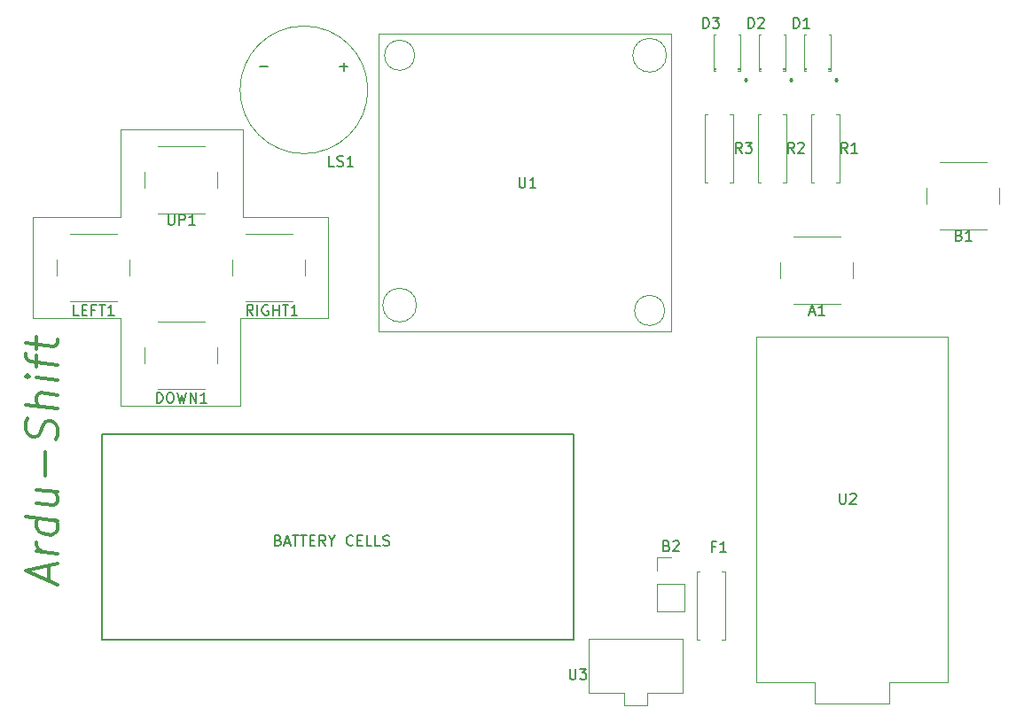
<source format=gbr>
%TF.GenerationSoftware,KiCad,Pcbnew,(5.1.8)-1*%
%TF.CreationDate,2021-02-19T09:53:25-07:00*%
%TF.ProjectId,Ardu-Shift_PCB,41726475-2d53-4686-9966-745f5043422e,rev?*%
%TF.SameCoordinates,Original*%
%TF.FileFunction,Legend,Top*%
%TF.FilePolarity,Positive*%
%FSLAX46Y46*%
G04 Gerber Fmt 4.6, Leading zero omitted, Abs format (unit mm)*
G04 Created by KiCad (PCBNEW (5.1.8)-1) date 2021-02-19 09:53:25*
%MOMM*%
%LPD*%
G01*
G04 APERTURE LIST*
%ADD10C,0.300000*%
%ADD11C,0.120000*%
%ADD12C,0.250000*%
%ADD13C,0.150000*%
G04 APERTURE END LIST*
D10*
X40632000Y-90857196D02*
X40632000Y-89428625D01*
X41489142Y-91250053D02*
X38489142Y-89875053D01*
X41489142Y-89250053D01*
X41489142Y-88250053D02*
X39489142Y-88000053D01*
X40060571Y-88071482D02*
X39774857Y-87892910D01*
X39632000Y-87732196D01*
X39489142Y-87428625D01*
X39489142Y-87142910D01*
X41489142Y-85107196D02*
X38489142Y-84732196D01*
X41346285Y-85089339D02*
X41489142Y-85392910D01*
X41489142Y-85964339D01*
X41346285Y-86232196D01*
X41203428Y-86357196D01*
X40917714Y-86464339D01*
X40060571Y-86357196D01*
X39774857Y-86178625D01*
X39632000Y-86017910D01*
X39489142Y-85714339D01*
X39489142Y-85142910D01*
X39632000Y-84875053D01*
X39489142Y-82142910D02*
X41489142Y-82392910D01*
X39489142Y-83428625D02*
X41060571Y-83625053D01*
X41346285Y-83517910D01*
X41489142Y-83250053D01*
X41489142Y-82821482D01*
X41346285Y-82517910D01*
X41203428Y-82357196D01*
X40346285Y-80821482D02*
X40346285Y-78535767D01*
X41346285Y-77375053D02*
X41489142Y-76964339D01*
X41489142Y-76250053D01*
X41346285Y-75946482D01*
X41203428Y-75785767D01*
X40917714Y-75607196D01*
X40632000Y-75571482D01*
X40346285Y-75678625D01*
X40203428Y-75803625D01*
X40060571Y-76071482D01*
X39917714Y-76625053D01*
X39774857Y-76892910D01*
X39632000Y-77017910D01*
X39346285Y-77125053D01*
X39060571Y-77089339D01*
X38774857Y-76910767D01*
X38632000Y-76750053D01*
X38489142Y-76446482D01*
X38489142Y-75732196D01*
X38632000Y-75321482D01*
X41489142Y-74392910D02*
X38489142Y-74017910D01*
X41489142Y-73107196D02*
X39917714Y-72910767D01*
X39632000Y-73017910D01*
X39489142Y-73285767D01*
X39489142Y-73714339D01*
X39632000Y-74017910D01*
X39774857Y-74178625D01*
X41489142Y-71678625D02*
X39489142Y-71428625D01*
X38489142Y-71303625D02*
X38632000Y-71464339D01*
X38774857Y-71339339D01*
X38632000Y-71178625D01*
X38489142Y-71303625D01*
X38774857Y-71339339D01*
X39489142Y-70428625D02*
X39489142Y-69285767D01*
X41489142Y-70250053D02*
X38917714Y-69928625D01*
X38632000Y-69750053D01*
X38489142Y-69446482D01*
X38489142Y-69160767D01*
X39489142Y-68714339D02*
X39489142Y-67571482D01*
X38489142Y-68160767D02*
X41060571Y-68482196D01*
X41346285Y-68375053D01*
X41489142Y-68107196D01*
X41489142Y-67821482D01*
D11*
X126492000Y-67564000D02*
X126492000Y-100584000D01*
D12*
X107188000Y-42878285D02*
X107283238Y-42973523D01*
X107188000Y-43068761D01*
X107092761Y-42973523D01*
X107188000Y-42878285D01*
X107188000Y-43068761D01*
X111506000Y-42878285D02*
X111601238Y-42973523D01*
X111506000Y-43068761D01*
X111410761Y-42973523D01*
X111506000Y-42878285D01*
X111506000Y-43068761D01*
X115824000Y-42878285D02*
X115919238Y-42973523D01*
X115824000Y-43068761D01*
X115728761Y-42973523D01*
X115824000Y-42878285D01*
X115824000Y-43068761D01*
D13*
X60833047Y-41727428D02*
X61594952Y-41727428D01*
D11*
X47498000Y-56134000D02*
X39116000Y-56134000D01*
X47498000Y-47752000D02*
X47498000Y-56134000D01*
X47752000Y-47752000D02*
X47498000Y-47752000D01*
X39116000Y-65786000D02*
X39116000Y-56134000D01*
X47498000Y-65786000D02*
X39116000Y-65786000D01*
X47498000Y-74168000D02*
X47498000Y-65786000D01*
X58928000Y-74168000D02*
X47498000Y-74168000D01*
X58928000Y-65786000D02*
X58928000Y-74168000D01*
X67310000Y-65786000D02*
X58928000Y-65786000D01*
X67310000Y-56134000D02*
X67310000Y-65786000D01*
X59182000Y-56134000D02*
X67310000Y-56134000D01*
X59182000Y-47752000D02*
X59182000Y-56134000D01*
X47752000Y-47752000D02*
X59182000Y-47752000D01*
X108204000Y-100584000D02*
X108204000Y-67564000D01*
X113792000Y-100584000D02*
X108204000Y-100584000D01*
X113792000Y-102616000D02*
X113792000Y-100584000D01*
X120904000Y-102616000D02*
X113792000Y-102616000D01*
X120904000Y-100584000D02*
X120904000Y-102616000D01*
X126492000Y-100584000D02*
X120904000Y-100584000D01*
X108204000Y-67564000D02*
X126492000Y-67564000D01*
X75774437Y-64516000D02*
G75*
G03*
X75774437Y-64516000I-1606437J0D01*
G01*
X99480841Y-65024000D02*
G75*
G03*
X99480841Y-65024000I-1436841J0D01*
G01*
X99650437Y-40640000D02*
G75*
G03*
X99650437Y-40640000I-1606437J0D01*
G01*
X75604841Y-40640000D02*
G75*
G03*
X75604841Y-40640000I-1436841J0D01*
G01*
X100076000Y-38608000D02*
X72136000Y-38608000D01*
X100076000Y-67056000D02*
X100076000Y-38608000D01*
X72136000Y-67056000D02*
X100076000Y-67056000D01*
X72136000Y-38608000D02*
X72136000Y-67056000D01*
D13*
X62572000Y-86987571D02*
X62714857Y-87035190D01*
X62762476Y-87082809D01*
X62810095Y-87178047D01*
X62810095Y-87320904D01*
X62762476Y-87416142D01*
X62714857Y-87463761D01*
X62619619Y-87511380D01*
X62238666Y-87511380D01*
X62238666Y-86511380D01*
X62572000Y-86511380D01*
X62667238Y-86559000D01*
X62714857Y-86606619D01*
X62762476Y-86701857D01*
X62762476Y-86797095D01*
X62714857Y-86892333D01*
X62667238Y-86939952D01*
X62572000Y-86987571D01*
X62238666Y-86987571D01*
X63191047Y-87225666D02*
X63667238Y-87225666D01*
X63095809Y-87511380D02*
X63429142Y-86511380D01*
X63762476Y-87511380D01*
X63952952Y-86511380D02*
X64524380Y-86511380D01*
X64238666Y-87511380D02*
X64238666Y-86511380D01*
X64714857Y-86511380D02*
X65286285Y-86511380D01*
X65000571Y-87511380D02*
X65000571Y-86511380D01*
X65619619Y-86987571D02*
X65952952Y-86987571D01*
X66095809Y-87511380D02*
X65619619Y-87511380D01*
X65619619Y-86511380D01*
X66095809Y-86511380D01*
X67095809Y-87511380D02*
X66762476Y-87035190D01*
X66524380Y-87511380D02*
X66524380Y-86511380D01*
X66905333Y-86511380D01*
X67000571Y-86559000D01*
X67048190Y-86606619D01*
X67095809Y-86701857D01*
X67095809Y-86844714D01*
X67048190Y-86939952D01*
X67000571Y-86987571D01*
X66905333Y-87035190D01*
X66524380Y-87035190D01*
X67714857Y-87035190D02*
X67714857Y-87511380D01*
X67381523Y-86511380D02*
X67714857Y-87035190D01*
X68048190Y-86511380D01*
X69714857Y-87416142D02*
X69667238Y-87463761D01*
X69524380Y-87511380D01*
X69429142Y-87511380D01*
X69286285Y-87463761D01*
X69191047Y-87368523D01*
X69143428Y-87273285D01*
X69095809Y-87082809D01*
X69095809Y-86939952D01*
X69143428Y-86749476D01*
X69191047Y-86654238D01*
X69286285Y-86559000D01*
X69429142Y-86511380D01*
X69524380Y-86511380D01*
X69667238Y-86559000D01*
X69714857Y-86606619D01*
X70143428Y-86987571D02*
X70476761Y-86987571D01*
X70619619Y-87511380D02*
X70143428Y-87511380D01*
X70143428Y-86511380D01*
X70619619Y-86511380D01*
X71524380Y-87511380D02*
X71048190Y-87511380D01*
X71048190Y-86511380D01*
X72333904Y-87511380D02*
X71857714Y-87511380D01*
X71857714Y-86511380D01*
X72619619Y-87463761D02*
X72762476Y-87511380D01*
X73000571Y-87511380D01*
X73095809Y-87463761D01*
X73143428Y-87416142D01*
X73191047Y-87320904D01*
X73191047Y-87225666D01*
X73143428Y-87130428D01*
X73095809Y-87082809D01*
X73000571Y-87035190D01*
X72810095Y-86987571D01*
X72714857Y-86939952D01*
X72667238Y-86892333D01*
X72619619Y-86797095D01*
X72619619Y-86701857D01*
X72667238Y-86606619D01*
X72714857Y-86559000D01*
X72810095Y-86511380D01*
X73048190Y-86511380D01*
X73191047Y-86559000D01*
X45720000Y-96520000D02*
X45720000Y-76835000D01*
X90805000Y-96520000D02*
X45720000Y-96520000D01*
X90805000Y-76835000D02*
X90805000Y-96520000D01*
X45720000Y-76835000D02*
X90805000Y-76835000D01*
D11*
%TO.C,U3*%
X92202000Y-101600000D02*
X92202000Y-96393000D01*
X92202000Y-96393000D02*
X101219000Y-96393000D01*
X101219000Y-96393000D02*
X101219000Y-101600000D01*
X97790000Y-101600000D02*
X97790000Y-102743000D01*
X97790000Y-102743000D02*
X95631000Y-102743000D01*
X95631000Y-102743000D02*
X95631000Y-101600000D01*
X95631000Y-101600000D02*
X92202000Y-101600000D01*
X97790000Y-101600000D02*
X101219000Y-101600000D01*
%TO.C,F1*%
X102516000Y-96488000D02*
X102846000Y-96488000D01*
X102516000Y-89948000D02*
X102516000Y-96488000D01*
X102846000Y-89948000D02*
X102516000Y-89948000D01*
X105256000Y-96488000D02*
X104926000Y-96488000D01*
X105256000Y-89948000D02*
X105256000Y-96488000D01*
X104926000Y-89948000D02*
X105256000Y-89948000D01*
%TO.C,LS1*%
X71134000Y-43942000D02*
G75*
G03*
X71134000Y-43942000I-6100000J0D01*
G01*
%TO.C,B2*%
X98746000Y-93786000D02*
X101406000Y-93786000D01*
X98746000Y-91186000D02*
X98746000Y-93786000D01*
X101406000Y-91186000D02*
X101406000Y-93786000D01*
X98746000Y-91186000D02*
X101406000Y-91186000D01*
X98746000Y-89916000D02*
X98746000Y-88586000D01*
X98746000Y-88586000D02*
X100076000Y-88586000D01*
%TO.C,UP1*%
X51038000Y-55792000D02*
X55538000Y-55792000D01*
X49788000Y-51792000D02*
X49788000Y-53292000D01*
X55538000Y-49292000D02*
X51038000Y-49292000D01*
X56788000Y-53292000D02*
X56788000Y-51792000D01*
%TO.C,RIGHT1*%
X59420000Y-64174000D02*
X63920000Y-64174000D01*
X58170000Y-60174000D02*
X58170000Y-61674000D01*
X63920000Y-57674000D02*
X59420000Y-57674000D01*
X65170000Y-61674000D02*
X65170000Y-60174000D01*
%TO.C,R3*%
X105688000Y-46260000D02*
X106018000Y-46260000D01*
X106018000Y-46260000D02*
X106018000Y-52800000D01*
X106018000Y-52800000D02*
X105688000Y-52800000D01*
X103608000Y-46260000D02*
X103278000Y-46260000D01*
X103278000Y-46260000D02*
X103278000Y-52800000D01*
X103278000Y-52800000D02*
X103608000Y-52800000D01*
%TO.C,R2*%
X110768000Y-46260000D02*
X111098000Y-46260000D01*
X111098000Y-46260000D02*
X111098000Y-52800000D01*
X111098000Y-52800000D02*
X110768000Y-52800000D01*
X108688000Y-46260000D02*
X108358000Y-46260000D01*
X108358000Y-46260000D02*
X108358000Y-52800000D01*
X108358000Y-52800000D02*
X108688000Y-52800000D01*
%TO.C,R1*%
X115848000Y-46260000D02*
X116178000Y-46260000D01*
X116178000Y-46260000D02*
X116178000Y-52800000D01*
X116178000Y-52800000D02*
X115848000Y-52800000D01*
X113768000Y-46260000D02*
X113438000Y-46260000D01*
X113438000Y-46260000D02*
X113438000Y-52800000D01*
X113438000Y-52800000D02*
X113768000Y-52800000D01*
%TO.C,LEFT1*%
X42656000Y-64174000D02*
X47156000Y-64174000D01*
X41406000Y-60174000D02*
X41406000Y-61674000D01*
X47156000Y-57674000D02*
X42656000Y-57674000D01*
X48406000Y-61674000D02*
X48406000Y-60174000D01*
%TO.C,DOWN1*%
X51038000Y-72556000D02*
X55538000Y-72556000D01*
X49788000Y-68556000D02*
X49788000Y-70056000D01*
X55538000Y-66056000D02*
X51038000Y-66056000D01*
X56788000Y-70056000D02*
X56788000Y-68556000D01*
%TO.C,D3*%
X104150000Y-42096000D02*
X104150000Y-38676000D01*
X106670000Y-42096000D02*
X106670000Y-38676000D01*
X104150000Y-42096000D02*
X104330000Y-42096000D01*
X106490000Y-42096000D02*
X106670000Y-42096000D01*
X104150000Y-38676000D02*
X104315000Y-38676000D01*
X106505000Y-38676000D02*
X106670000Y-38676000D01*
X104150000Y-41976000D02*
X104330000Y-41976000D01*
X106490000Y-41976000D02*
X106670000Y-41976000D01*
X104150000Y-41856000D02*
X104330000Y-41856000D01*
X106490000Y-41856000D02*
X106670000Y-41856000D01*
%TO.C,D2*%
X108468000Y-42096000D02*
X108468000Y-38676000D01*
X110988000Y-42096000D02*
X110988000Y-38676000D01*
X108468000Y-42096000D02*
X108648000Y-42096000D01*
X110808000Y-42096000D02*
X110988000Y-42096000D01*
X108468000Y-38676000D02*
X108633000Y-38676000D01*
X110823000Y-38676000D02*
X110988000Y-38676000D01*
X108468000Y-41976000D02*
X108648000Y-41976000D01*
X110808000Y-41976000D02*
X110988000Y-41976000D01*
X108468000Y-41856000D02*
X108648000Y-41856000D01*
X110808000Y-41856000D02*
X110988000Y-41856000D01*
%TO.C,D1*%
X112786000Y-42096000D02*
X112786000Y-38676000D01*
X115306000Y-42096000D02*
X115306000Y-38676000D01*
X112786000Y-42096000D02*
X112966000Y-42096000D01*
X115126000Y-42096000D02*
X115306000Y-42096000D01*
X112786000Y-38676000D02*
X112951000Y-38676000D01*
X115141000Y-38676000D02*
X115306000Y-38676000D01*
X112786000Y-41976000D02*
X112966000Y-41976000D01*
X115126000Y-41976000D02*
X115306000Y-41976000D01*
X112786000Y-41856000D02*
X112966000Y-41856000D01*
X115126000Y-41856000D02*
X115306000Y-41856000D01*
%TO.C,B1*%
X125714000Y-57316000D02*
X130214000Y-57316000D01*
X124464000Y-53316000D02*
X124464000Y-54816000D01*
X130214000Y-50816000D02*
X125714000Y-50816000D01*
X131464000Y-54816000D02*
X131464000Y-53316000D01*
%TO.C,A1*%
X111744000Y-64428000D02*
X116244000Y-64428000D01*
X110494000Y-60428000D02*
X110494000Y-61928000D01*
X116244000Y-57928000D02*
X111744000Y-57928000D01*
X117494000Y-61928000D02*
X117494000Y-60428000D01*
%TO.C,U2*%
D13*
X116205095Y-82510380D02*
X116205095Y-83319904D01*
X116252714Y-83415142D01*
X116300333Y-83462761D01*
X116395571Y-83510380D01*
X116586047Y-83510380D01*
X116681285Y-83462761D01*
X116728904Y-83415142D01*
X116776523Y-83319904D01*
X116776523Y-82510380D01*
X117205095Y-82605619D02*
X117252714Y-82558000D01*
X117347952Y-82510380D01*
X117586047Y-82510380D01*
X117681285Y-82558000D01*
X117728904Y-82605619D01*
X117776523Y-82700857D01*
X117776523Y-82796095D01*
X117728904Y-82938952D01*
X117157476Y-83510380D01*
X117776523Y-83510380D01*
%TO.C,U3*%
X90424095Y-99274380D02*
X90424095Y-100083904D01*
X90471714Y-100179142D01*
X90519333Y-100226761D01*
X90614571Y-100274380D01*
X90805047Y-100274380D01*
X90900285Y-100226761D01*
X90947904Y-100179142D01*
X90995523Y-100083904D01*
X90995523Y-99274380D01*
X91376476Y-99274380D02*
X91995523Y-99274380D01*
X91662190Y-99655333D01*
X91805047Y-99655333D01*
X91900285Y-99702952D01*
X91947904Y-99750571D01*
X91995523Y-99845809D01*
X91995523Y-100083904D01*
X91947904Y-100179142D01*
X91900285Y-100226761D01*
X91805047Y-100274380D01*
X91519333Y-100274380D01*
X91424095Y-100226761D01*
X91376476Y-100179142D01*
%TO.C,F1*%
X104314666Y-87558571D02*
X103981333Y-87558571D01*
X103981333Y-88082380D02*
X103981333Y-87082380D01*
X104457523Y-87082380D01*
X105362285Y-88082380D02*
X104790857Y-88082380D01*
X105076571Y-88082380D02*
X105076571Y-87082380D01*
X104981333Y-87225238D01*
X104886095Y-87320476D01*
X104790857Y-87368095D01*
%TO.C,LS1*%
X67937142Y-51252380D02*
X67460952Y-51252380D01*
X67460952Y-50252380D01*
X68222857Y-51204761D02*
X68365714Y-51252380D01*
X68603809Y-51252380D01*
X68699047Y-51204761D01*
X68746666Y-51157142D01*
X68794285Y-51061904D01*
X68794285Y-50966666D01*
X68746666Y-50871428D01*
X68699047Y-50823809D01*
X68603809Y-50776190D01*
X68413333Y-50728571D01*
X68318095Y-50680952D01*
X68270476Y-50633333D01*
X68222857Y-50538095D01*
X68222857Y-50442857D01*
X68270476Y-50347619D01*
X68318095Y-50300000D01*
X68413333Y-50252380D01*
X68651428Y-50252380D01*
X68794285Y-50300000D01*
X69746666Y-51252380D02*
X69175238Y-51252380D01*
X69460952Y-51252380D02*
X69460952Y-50252380D01*
X69365714Y-50395238D01*
X69270476Y-50490476D01*
X69175238Y-50538095D01*
X68453047Y-41727428D02*
X69214952Y-41727428D01*
X68834000Y-42108380D02*
X68834000Y-41346476D01*
%TO.C,B2*%
X99671238Y-87514571D02*
X99814095Y-87562190D01*
X99861714Y-87609809D01*
X99909333Y-87705047D01*
X99909333Y-87847904D01*
X99861714Y-87943142D01*
X99814095Y-87990761D01*
X99718857Y-88038380D01*
X99337904Y-88038380D01*
X99337904Y-87038380D01*
X99671238Y-87038380D01*
X99766476Y-87086000D01*
X99814095Y-87133619D01*
X99861714Y-87228857D01*
X99861714Y-87324095D01*
X99814095Y-87419333D01*
X99766476Y-87466952D01*
X99671238Y-87514571D01*
X99337904Y-87514571D01*
X100290285Y-87133619D02*
X100337904Y-87086000D01*
X100433142Y-87038380D01*
X100671238Y-87038380D01*
X100766476Y-87086000D01*
X100814095Y-87133619D01*
X100861714Y-87228857D01*
X100861714Y-87324095D01*
X100814095Y-87466952D01*
X100242666Y-88038380D01*
X100861714Y-88038380D01*
%TO.C,UP1*%
X52078095Y-55840380D02*
X52078095Y-56649904D01*
X52125714Y-56745142D01*
X52173333Y-56792761D01*
X52268571Y-56840380D01*
X52459047Y-56840380D01*
X52554285Y-56792761D01*
X52601904Y-56745142D01*
X52649523Y-56649904D01*
X52649523Y-55840380D01*
X53125714Y-56840380D02*
X53125714Y-55840380D01*
X53506666Y-55840380D01*
X53601904Y-55888000D01*
X53649523Y-55935619D01*
X53697142Y-56030857D01*
X53697142Y-56173714D01*
X53649523Y-56268952D01*
X53601904Y-56316571D01*
X53506666Y-56364190D01*
X53125714Y-56364190D01*
X54649523Y-56840380D02*
X54078095Y-56840380D01*
X54363809Y-56840380D02*
X54363809Y-55840380D01*
X54268571Y-55983238D01*
X54173333Y-56078476D01*
X54078095Y-56126095D01*
%TO.C,U1*%
X85598095Y-52284380D02*
X85598095Y-53093904D01*
X85645714Y-53189142D01*
X85693333Y-53236761D01*
X85788571Y-53284380D01*
X85979047Y-53284380D01*
X86074285Y-53236761D01*
X86121904Y-53189142D01*
X86169523Y-53093904D01*
X86169523Y-52284380D01*
X87169523Y-53284380D02*
X86598095Y-53284380D01*
X86883809Y-53284380D02*
X86883809Y-52284380D01*
X86788571Y-52427238D01*
X86693333Y-52522476D01*
X86598095Y-52570095D01*
%TO.C,RIGHT1*%
X60166476Y-65476380D02*
X59833142Y-65000190D01*
X59595047Y-65476380D02*
X59595047Y-64476380D01*
X59976000Y-64476380D01*
X60071238Y-64524000D01*
X60118857Y-64571619D01*
X60166476Y-64666857D01*
X60166476Y-64809714D01*
X60118857Y-64904952D01*
X60071238Y-64952571D01*
X59976000Y-65000190D01*
X59595047Y-65000190D01*
X60595047Y-65476380D02*
X60595047Y-64476380D01*
X61595047Y-64524000D02*
X61499809Y-64476380D01*
X61356952Y-64476380D01*
X61214095Y-64524000D01*
X61118857Y-64619238D01*
X61071238Y-64714476D01*
X61023619Y-64904952D01*
X61023619Y-65047809D01*
X61071238Y-65238285D01*
X61118857Y-65333523D01*
X61214095Y-65428761D01*
X61356952Y-65476380D01*
X61452190Y-65476380D01*
X61595047Y-65428761D01*
X61642666Y-65381142D01*
X61642666Y-65047809D01*
X61452190Y-65047809D01*
X62071238Y-65476380D02*
X62071238Y-64476380D01*
X62071238Y-64952571D02*
X62642666Y-64952571D01*
X62642666Y-65476380D02*
X62642666Y-64476380D01*
X62976000Y-64476380D02*
X63547428Y-64476380D01*
X63261714Y-65476380D02*
X63261714Y-64476380D01*
X64404571Y-65476380D02*
X63833142Y-65476380D01*
X64118857Y-65476380D02*
X64118857Y-64476380D01*
X64023619Y-64619238D01*
X63928380Y-64714476D01*
X63833142Y-64762095D01*
%TO.C,R3*%
X106851333Y-49982380D02*
X106518000Y-49506190D01*
X106279904Y-49982380D02*
X106279904Y-48982380D01*
X106660857Y-48982380D01*
X106756095Y-49030000D01*
X106803714Y-49077619D01*
X106851333Y-49172857D01*
X106851333Y-49315714D01*
X106803714Y-49410952D01*
X106756095Y-49458571D01*
X106660857Y-49506190D01*
X106279904Y-49506190D01*
X107184666Y-48982380D02*
X107803714Y-48982380D01*
X107470380Y-49363333D01*
X107613238Y-49363333D01*
X107708476Y-49410952D01*
X107756095Y-49458571D01*
X107803714Y-49553809D01*
X107803714Y-49791904D01*
X107756095Y-49887142D01*
X107708476Y-49934761D01*
X107613238Y-49982380D01*
X107327523Y-49982380D01*
X107232285Y-49934761D01*
X107184666Y-49887142D01*
%TO.C,R2*%
X111847333Y-49982380D02*
X111514000Y-49506190D01*
X111275904Y-49982380D02*
X111275904Y-48982380D01*
X111656857Y-48982380D01*
X111752095Y-49030000D01*
X111799714Y-49077619D01*
X111847333Y-49172857D01*
X111847333Y-49315714D01*
X111799714Y-49410952D01*
X111752095Y-49458571D01*
X111656857Y-49506190D01*
X111275904Y-49506190D01*
X112228285Y-49077619D02*
X112275904Y-49030000D01*
X112371142Y-48982380D01*
X112609238Y-48982380D01*
X112704476Y-49030000D01*
X112752095Y-49077619D01*
X112799714Y-49172857D01*
X112799714Y-49268095D01*
X112752095Y-49410952D01*
X112180666Y-49982380D01*
X112799714Y-49982380D01*
%TO.C,R1*%
X116927333Y-49982380D02*
X116594000Y-49506190D01*
X116355904Y-49982380D02*
X116355904Y-48982380D01*
X116736857Y-48982380D01*
X116832095Y-49030000D01*
X116879714Y-49077619D01*
X116927333Y-49172857D01*
X116927333Y-49315714D01*
X116879714Y-49410952D01*
X116832095Y-49458571D01*
X116736857Y-49506190D01*
X116355904Y-49506190D01*
X117879714Y-49982380D02*
X117308285Y-49982380D01*
X117594000Y-49982380D02*
X117594000Y-48982380D01*
X117498761Y-49125238D01*
X117403523Y-49220476D01*
X117308285Y-49268095D01*
%TO.C,LEFT1*%
X43529428Y-65476380D02*
X43053238Y-65476380D01*
X43053238Y-64476380D01*
X43862761Y-64952571D02*
X44196095Y-64952571D01*
X44338952Y-65476380D02*
X43862761Y-65476380D01*
X43862761Y-64476380D01*
X44338952Y-64476380D01*
X45100857Y-64952571D02*
X44767523Y-64952571D01*
X44767523Y-65476380D02*
X44767523Y-64476380D01*
X45243714Y-64476380D01*
X45481809Y-64476380D02*
X46053238Y-64476380D01*
X45767523Y-65476380D02*
X45767523Y-64476380D01*
X46910380Y-65476380D02*
X46338952Y-65476380D01*
X46624666Y-65476380D02*
X46624666Y-64476380D01*
X46529428Y-64619238D01*
X46434190Y-64714476D01*
X46338952Y-64762095D01*
%TO.C,DOWN1*%
X50982857Y-73858380D02*
X50982857Y-72858380D01*
X51220952Y-72858380D01*
X51363809Y-72906000D01*
X51459047Y-73001238D01*
X51506666Y-73096476D01*
X51554285Y-73286952D01*
X51554285Y-73429809D01*
X51506666Y-73620285D01*
X51459047Y-73715523D01*
X51363809Y-73810761D01*
X51220952Y-73858380D01*
X50982857Y-73858380D01*
X52173333Y-72858380D02*
X52363809Y-72858380D01*
X52459047Y-72906000D01*
X52554285Y-73001238D01*
X52601904Y-73191714D01*
X52601904Y-73525047D01*
X52554285Y-73715523D01*
X52459047Y-73810761D01*
X52363809Y-73858380D01*
X52173333Y-73858380D01*
X52078095Y-73810761D01*
X51982857Y-73715523D01*
X51935238Y-73525047D01*
X51935238Y-73191714D01*
X51982857Y-73001238D01*
X52078095Y-72906000D01*
X52173333Y-72858380D01*
X52935238Y-72858380D02*
X53173333Y-73858380D01*
X53363809Y-73144095D01*
X53554285Y-73858380D01*
X53792380Y-72858380D01*
X54173333Y-73858380D02*
X54173333Y-72858380D01*
X54744761Y-73858380D01*
X54744761Y-72858380D01*
X55744761Y-73858380D02*
X55173333Y-73858380D01*
X55459047Y-73858380D02*
X55459047Y-72858380D01*
X55363809Y-73001238D01*
X55268571Y-73096476D01*
X55173333Y-73144095D01*
%TO.C,D3*%
X103147904Y-38044380D02*
X103147904Y-37044380D01*
X103386000Y-37044380D01*
X103528857Y-37092000D01*
X103624095Y-37187238D01*
X103671714Y-37282476D01*
X103719333Y-37472952D01*
X103719333Y-37615809D01*
X103671714Y-37806285D01*
X103624095Y-37901523D01*
X103528857Y-37996761D01*
X103386000Y-38044380D01*
X103147904Y-38044380D01*
X104052666Y-37044380D02*
X104671714Y-37044380D01*
X104338380Y-37425333D01*
X104481238Y-37425333D01*
X104576476Y-37472952D01*
X104624095Y-37520571D01*
X104671714Y-37615809D01*
X104671714Y-37853904D01*
X104624095Y-37949142D01*
X104576476Y-37996761D01*
X104481238Y-38044380D01*
X104195523Y-38044380D01*
X104100285Y-37996761D01*
X104052666Y-37949142D01*
%TO.C,D2*%
X107465904Y-38044380D02*
X107465904Y-37044380D01*
X107704000Y-37044380D01*
X107846857Y-37092000D01*
X107942095Y-37187238D01*
X107989714Y-37282476D01*
X108037333Y-37472952D01*
X108037333Y-37615809D01*
X107989714Y-37806285D01*
X107942095Y-37901523D01*
X107846857Y-37996761D01*
X107704000Y-38044380D01*
X107465904Y-38044380D01*
X108418285Y-37139619D02*
X108465904Y-37092000D01*
X108561142Y-37044380D01*
X108799238Y-37044380D01*
X108894476Y-37092000D01*
X108942095Y-37139619D01*
X108989714Y-37234857D01*
X108989714Y-37330095D01*
X108942095Y-37472952D01*
X108370666Y-38044380D01*
X108989714Y-38044380D01*
%TO.C,D1*%
X111783904Y-38044380D02*
X111783904Y-37044380D01*
X112022000Y-37044380D01*
X112164857Y-37092000D01*
X112260095Y-37187238D01*
X112307714Y-37282476D01*
X112355333Y-37472952D01*
X112355333Y-37615809D01*
X112307714Y-37806285D01*
X112260095Y-37901523D01*
X112164857Y-37996761D01*
X112022000Y-38044380D01*
X111783904Y-38044380D01*
X113307714Y-38044380D02*
X112736285Y-38044380D01*
X113022000Y-38044380D02*
X113022000Y-37044380D01*
X112926761Y-37187238D01*
X112831523Y-37282476D01*
X112736285Y-37330095D01*
%TO.C,B1*%
X127611238Y-57840571D02*
X127754095Y-57888190D01*
X127801714Y-57935809D01*
X127849333Y-58031047D01*
X127849333Y-58173904D01*
X127801714Y-58269142D01*
X127754095Y-58316761D01*
X127658857Y-58364380D01*
X127277904Y-58364380D01*
X127277904Y-57364380D01*
X127611238Y-57364380D01*
X127706476Y-57412000D01*
X127754095Y-57459619D01*
X127801714Y-57554857D01*
X127801714Y-57650095D01*
X127754095Y-57745333D01*
X127706476Y-57792952D01*
X127611238Y-57840571D01*
X127277904Y-57840571D01*
X128801714Y-58364380D02*
X128230285Y-58364380D01*
X128516000Y-58364380D02*
X128516000Y-57364380D01*
X128420761Y-57507238D01*
X128325523Y-57602476D01*
X128230285Y-57650095D01*
%TO.C,A1*%
X113331714Y-65190666D02*
X113807904Y-65190666D01*
X113236476Y-65476380D02*
X113569809Y-64476380D01*
X113903142Y-65476380D01*
X114760285Y-65476380D02*
X114188857Y-65476380D01*
X114474571Y-65476380D02*
X114474571Y-64476380D01*
X114379333Y-64619238D01*
X114284095Y-64714476D01*
X114188857Y-64762095D01*
%TD*%
M02*

</source>
